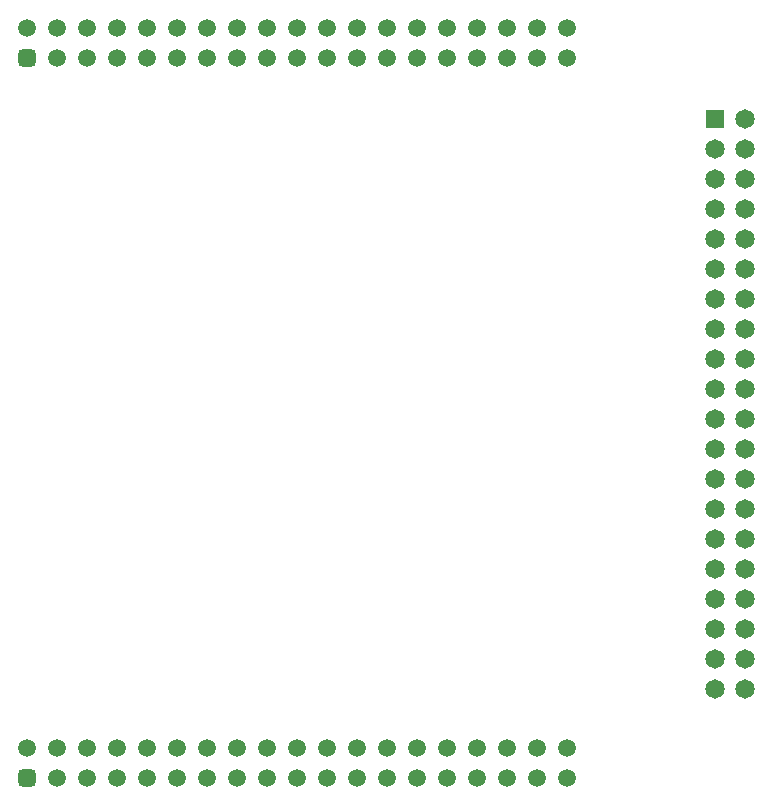
<source format=gbr>
%TF.GenerationSoftware,KiCad,Pcbnew,7.0.5-7.0.5~ubuntu22.04.1*%
%TF.CreationDate,2023-06-12T13:20:56+02:00*%
%TF.ProjectId,OBC_L476RG,4f42435f-4c34-4373-9652-472e6b696361,rev?*%
%TF.SameCoordinates,Original*%
%TF.FileFunction,Soldermask,Bot*%
%TF.FilePolarity,Negative*%
%FSLAX46Y46*%
G04 Gerber Fmt 4.6, Leading zero omitted, Abs format (unit mm)*
G04 Created by KiCad (PCBNEW 7.0.5-7.0.5~ubuntu22.04.1) date 2023-06-12 13:20:56*
%MOMM*%
%LPD*%
G01*
G04 APERTURE LIST*
G04 Aperture macros list*
%AMRoundRect*
0 Rectangle with rounded corners*
0 $1 Rounding radius*
0 $2 $3 $4 $5 $6 $7 $8 $9 X,Y pos of 4 corners*
0 Add a 4 corners polygon primitive as box body*
4,1,4,$2,$3,$4,$5,$6,$7,$8,$9,$2,$3,0*
0 Add four circle primitives for the rounded corners*
1,1,$1+$1,$2,$3*
1,1,$1+$1,$4,$5*
1,1,$1+$1,$6,$7*
1,1,$1+$1,$8,$9*
0 Add four rect primitives between the rounded corners*
20,1,$1+$1,$2,$3,$4,$5,0*
20,1,$1+$1,$4,$5,$6,$7,0*
20,1,$1+$1,$6,$7,$8,$9,0*
20,1,$1+$1,$8,$9,$2,$3,0*%
G04 Aperture macros list end*
%ADD10R,1.650000X1.650000*%
%ADD11C,1.650000*%
%ADD12RoundRect,0.375000X-0.375000X-0.375000X0.375000X-0.375000X0.375000X0.375000X-0.375000X0.375000X0*%
%ADD13C,1.500000*%
G04 APERTURE END LIST*
D10*
%TO.C,J1*%
X217030718Y-64566651D03*
D11*
X219570718Y-64566651D03*
X217030718Y-67106651D03*
X219570718Y-67106651D03*
X217030718Y-69646651D03*
X219570718Y-69646651D03*
X217030718Y-72186651D03*
X219570718Y-72186651D03*
X217030718Y-74726651D03*
X219570718Y-74726651D03*
X217030718Y-77266651D03*
X219570718Y-77266651D03*
X217030718Y-79806651D03*
X219570718Y-79806651D03*
X217030718Y-82346651D03*
X219570718Y-82346651D03*
X217030718Y-84886651D03*
X219570718Y-84886651D03*
X217030718Y-87426651D03*
X219570718Y-87426651D03*
X217030718Y-89966651D03*
X219570718Y-89966651D03*
X217030718Y-92506651D03*
X219570718Y-92506651D03*
X217030718Y-95046651D03*
X219570718Y-95046651D03*
X217030718Y-97586651D03*
X219570718Y-97586651D03*
X217030718Y-100126651D03*
X219570718Y-100126651D03*
X217030718Y-102666651D03*
X219570718Y-102666651D03*
X217030718Y-105206651D03*
X219570718Y-105206651D03*
X217030718Y-107746651D03*
X219570718Y-107746651D03*
X217030718Y-110286651D03*
X219570718Y-110286651D03*
X217030718Y-112826651D03*
X219570718Y-112826651D03*
%TD*%
D12*
%TO.C,U1*%
X158834000Y-120393268D03*
D13*
X158834000Y-117853268D03*
X161374000Y-120393268D03*
X161374000Y-117853268D03*
X163914000Y-120393268D03*
X163914000Y-117853268D03*
X166454000Y-120393268D03*
X166454000Y-117853268D03*
X168994000Y-120393268D03*
X168994000Y-117853268D03*
X171534000Y-120393268D03*
X171534000Y-117853268D03*
X174074000Y-120393268D03*
X174074000Y-117853268D03*
X176614000Y-120393268D03*
X176614000Y-117853268D03*
X179154000Y-120393268D03*
X179154000Y-117853268D03*
X181694000Y-120393268D03*
X181694000Y-117853268D03*
X184234000Y-120393268D03*
X184234000Y-117853268D03*
X186774000Y-120393268D03*
X186774000Y-117853268D03*
X189314000Y-120393268D03*
X189314000Y-117853268D03*
X191854000Y-120393268D03*
X191854000Y-117853268D03*
X194394000Y-120393268D03*
X194394000Y-117853268D03*
X196934000Y-120393268D03*
X196934000Y-117853268D03*
X199474000Y-120393268D03*
X199474000Y-117853268D03*
X202014000Y-120393268D03*
X202014000Y-117853268D03*
X204554000Y-120393268D03*
X204554000Y-117853268D03*
D12*
X158834000Y-59433268D03*
D13*
X158834000Y-56893268D03*
X161374000Y-59433268D03*
X161374000Y-56893268D03*
X163914000Y-59433268D03*
X163914000Y-56893268D03*
X166454000Y-59433268D03*
X166454000Y-56893268D03*
X168994000Y-59433268D03*
X168994000Y-56893268D03*
X171534000Y-59433268D03*
X171534000Y-56893268D03*
X174074000Y-59433268D03*
X174074000Y-56893268D03*
X176614000Y-59433268D03*
X176614000Y-56893268D03*
X179154000Y-59433268D03*
X179154000Y-56893268D03*
X181694000Y-59433268D03*
X181694000Y-56893268D03*
X184234000Y-59433268D03*
X184234000Y-56893268D03*
X186774000Y-59433268D03*
X186774000Y-56893268D03*
X189314000Y-59433268D03*
X189314000Y-56893268D03*
X191854000Y-59433268D03*
X191854000Y-56893268D03*
X194394000Y-59433268D03*
X194394000Y-56893268D03*
X196934000Y-59433268D03*
X196934000Y-56893268D03*
X199474000Y-59433268D03*
X199474000Y-56893268D03*
X202014000Y-59433268D03*
X202014000Y-56893268D03*
X204554000Y-59433268D03*
X204554000Y-56893268D03*
%TD*%
M02*

</source>
